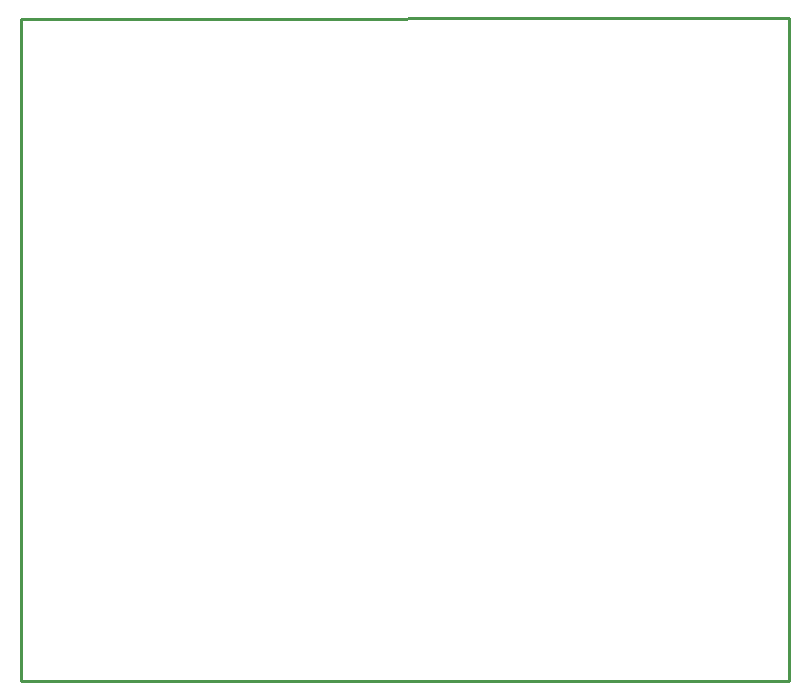
<source format=gko>
G04 Layer: BoardOutlineLayer*
G04 EasyEDA v6.4.31, 2022-02-22 11:53:35*
G04 0e17b504a1c74eaf9c4f321eb8a460b9,d16b5419f4934f6baf9a23abf8230603,10*
G04 Gerber Generator version 0.2*
G04 Scale: 100 percent, Rotated: No, Reflected: No *
G04 Dimensions in millimeters *
G04 leading zeros omitted , absolute positions ,4 integer and 5 decimal *
%FSLAX45Y45*%
%MOMM*%

%ADD10C,0.2540*%
D10*
X698500Y8496300D02*
G01*
X7200900Y8509000D01*
X7200900Y2895600D01*
X698500Y2895600D01*
X698500Y8496300D01*

%LPD*%
M02*

</source>
